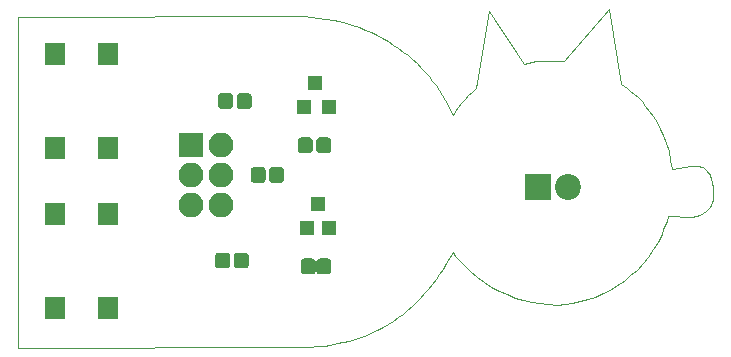
<source format=gbr>
G04 This is an RS-274x file exported by *
G04 gerbv version 2.6A *
G04 More information is available about gerbv at *
G04 http://gerbv.geda-project.org/ *
G04 --End of header info--*
%MOIN*%
%FSLAX34Y34*%
%IPPOS*%
G04 --Define apertures--*
%ADD10C,0.0039*%
%ADD11R,0.0866X0.0866*%
%ADD12C,0.0866*%
%ADD13C,0.0502*%
%ADD14R,0.0827X0.0827*%
%ADD15O,0.0827X0.0827*%
%ADD16R,0.0472X0.0512*%
%ADD17R,0.0669X0.0768*%
G04 --Start main section--*
G54D10*
G01X0033237Y-014914D02*
G01X0033215Y-014992D01*
G01X0030994Y-011770D02*
G01X0031125Y-011936D01*
G01X0033083Y-015217D02*
G01X0033011Y-015284D01*
G01X0032922Y-015345D02*
G01X0032815Y-015398D01*
G01X0032815Y-015398D02*
G01X0032687Y-015441D01*
G01X0032687Y-015441D02*
G01X0032537Y-015473D01*
G01X0031249Y-016559D02*
G01X0031081Y-016798D01*
G01X0031081Y-016798D02*
G01X0030899Y-017022D01*
G01X0031125Y-011936D02*
G01X0031252Y-012117D01*
G01X0032769Y-013780D02*
G01X0032837Y-013797D01*
G01X0033011Y-015284D02*
G01X0032922Y-015345D01*
G01X0033226Y-014335D02*
G01X0033250Y-014492D01*
G01X0030899Y-017022D02*
G01X0030702Y-017230D01*
G01X0031741Y-015449D02*
G01X0031697Y-015601D01*
G01X0032614Y-013772D02*
G01X0032695Y-013771D01*
G01X0031400Y-016304D02*
G01X0031249Y-016559D01*
G01X0031593Y-015893D02*
G01X0031533Y-016034D01*
G01X0031648Y-015749D02*
G01X0031593Y-015893D01*
G01X0030702Y-017230D02*
G01X0030494Y-017422D01*
G01X0030494Y-017422D02*
G01X0030275Y-017597D01*
G01X0031873Y-013866D02*
G01X0032527Y-013782D01*
G01X0032956Y-013857D02*
G01X0033007Y-013898D01*
G01X0031697Y-015601D02*
G01X0031648Y-015749D01*
G01X0031828Y-013562D02*
G01X0031873Y-013866D01*
G01X0029568Y-018023D02*
G01X0029321Y-018131D01*
G01X0029321Y-018131D02*
G01X0029069Y-018221D01*
G01X0033007Y-013898D02*
G01X0033053Y-013945D01*
G01X0032537Y-015473D02*
G01X0031741Y-015449D01*
G01X0033129Y-014057D02*
G01X0033160Y-014121D01*
G01X0033093Y-013998D02*
G01X0033129Y-014057D01*
G01X0033140Y-015145D02*
G01X0033083Y-015217D01*
G01X0029069Y-018221D02*
G01X0028816Y-018294D01*
G01X0028816Y-018294D02*
G01X0028561Y-018348D01*
G01X0028561Y-018348D02*
G01X0028302Y-018383D01*
G01X0031764Y-013277D02*
G01X0031828Y-013562D01*
G01X0032527Y-013782D02*
G01X0032614Y-013772D01*
G01X0033053Y-013945D02*
G01X0033093Y-013998D01*
G01X0033250Y-014492D02*
G01X0033258Y-014695D01*
G01X0033160Y-014121D02*
G01X0033186Y-014189D01*
G01X0030047Y-017756D02*
G01X0029811Y-017898D01*
G01X0033258Y-014695D02*
G01X0033250Y-014838D01*
G01X0033184Y-015069D02*
G01X0033140Y-015145D01*
G01X0030275Y-017597D02*
G01X0030047Y-017756D01*
G01X0029811Y-017898D02*
G01X0029568Y-018023D01*
G01X0030863Y-011621D02*
G01X0030994Y-011770D01*
G01X0032695Y-013771D02*
G01X0032769Y-013780D01*
G01X0030733Y-011487D02*
G01X0030863Y-011621D01*
G01X0031533Y-016034D02*
G01X0031400Y-016304D01*
G01X0031373Y-012315D02*
G01X0031487Y-012530D01*
G01X0033215Y-014992D02*
G01X0033184Y-015069D01*
G01X0031487Y-012530D02*
G01X0031592Y-012761D01*
G01X0033186Y-014189D02*
G01X0033226Y-014335D01*
G01X0031685Y-013010D02*
G01X0031764Y-013277D01*
G01X0031252Y-012117D02*
G01X0031373Y-012315D01*
G01X0031592Y-012761D02*
G01X0031685Y-013010D01*
G01X0032837Y-013797D02*
G01X0032899Y-013823D01*
G01X0032899Y-013823D02*
G01X0032956Y-013857D01*
G01X0033250Y-014838D02*
G01X0033237Y-014914D01*
G01X0020042Y-019786D02*
G01X0019813Y-019801D01*
G01X0023881Y-017714D02*
G01X0023753Y-017873D01*
G01X0019094Y-019803D02*
G01X0010079Y-019842D01*
G01X0010079Y-019842D02*
G01X0010079Y-019842D01*
G01X0027485Y-018361D02*
G01X0027207Y-018313D01*
G01X0028035Y-018396D02*
G01X0027762Y-018389D01*
G01X0023753Y-017873D02*
G01X0023620Y-018026D01*
G01X0021881Y-019318D02*
G01X0021696Y-019398D01*
G01X0024354Y-017027D02*
G01X0024242Y-017207D01*
G01X0027207Y-018313D02*
G01X0026928Y-018247D01*
G01X0019813Y-019801D02*
G01X0019579Y-019810D01*
G01X0025853Y-017801D02*
G01X0025604Y-017647D01*
G01X0022238Y-019139D02*
G01X0022062Y-019232D01*
G01X0025604Y-017647D02*
G01X0025366Y-017478D01*
G01X0022576Y-018935D02*
G01X0022409Y-019040D01*
G01X0021312Y-019537D02*
G01X0021112Y-019596D01*
G01X0026652Y-018162D02*
G01X0026379Y-018059D01*
G01X0022738Y-018823D02*
G01X0022576Y-018935D01*
G01X0021112Y-019596D02*
G01X0020908Y-019649D01*
G01X0024651Y-016769D02*
G01X0024567Y-016654D01*
G01X0025141Y-017293D02*
G01X0024932Y-017094D01*
G01X0020699Y-019694D02*
G01X0020485Y-019732D01*
G01X0020485Y-019732D02*
G01X0020266Y-019762D01*
G01X0024567Y-016654D02*
G01X0024354Y-017027D01*
G01X0024242Y-017207D02*
G01X0024125Y-017381D01*
G01X0022896Y-018705D02*
G01X0022738Y-018823D01*
G01X0022409Y-019040D02*
G01X0022238Y-019139D01*
G01X0020908Y-019649D02*
G01X0020699Y-019694D01*
G01X0020266Y-019762D02*
G01X0020042Y-019786D01*
G01X0019579Y-019810D02*
G01X0019339Y-019810D01*
G01X0019339Y-019810D02*
G01X0019094Y-019803D01*
G01X0027762Y-018389D02*
G01X0027485Y-018361D01*
G01X0024740Y-016880D02*
G01X0024651Y-016769D01*
G01X0024005Y-017550D02*
G01X0023881Y-017714D01*
G01X0022062Y-019232D02*
G01X0021881Y-019318D01*
G01X0024125Y-017381D02*
G01X0024005Y-017550D01*
G01X0023484Y-018173D02*
G01X0023343Y-018315D01*
G01X0023343Y-018315D02*
G01X0023199Y-018451D01*
G01X0026928Y-018247D02*
G01X0026652Y-018162D01*
G01X0026379Y-018059D02*
G01X0026112Y-017938D01*
G01X0025366Y-017478D02*
G01X0025141Y-017293D01*
G01X0024932Y-017094D02*
G01X0024740Y-016880D01*
G01X0023620Y-018026D02*
G01X0023484Y-018173D01*
G01X0023199Y-018451D02*
G01X0023049Y-018581D01*
G01X0028302Y-018383D02*
G01X0028035Y-018396D01*
G01X0026112Y-017938D02*
G01X0025853Y-017801D01*
G01X0023049Y-018581D02*
G01X0022896Y-018705D01*
G01X0021696Y-019398D02*
G01X0021506Y-019471D01*
G01X0021506Y-019471D02*
G01X0021312Y-019537D01*
G01X0024720Y-011857D02*
G01X0024888Y-011642D01*
G01X0022743Y-009847D02*
G01X0022907Y-009968D01*
G01X0022398Y-009620D02*
G01X0022574Y-009731D01*
G01X0022217Y-009515D02*
G01X0022398Y-009620D01*
G01X0024003Y-011095D02*
G01X0024113Y-011252D01*
G01X0024216Y-011411D02*
G01X0024313Y-011572D01*
G01X0021010Y-009017D02*
G01X0021225Y-009082D01*
G01X0020332Y-008865D02*
G01X0020563Y-008907D01*
G01X0010079Y-019842D02*
G01X0010079Y-008819D01*
G01X0022907Y-009968D02*
G01X0023065Y-010095D01*
G01X0024113Y-011252D02*
G01X0024216Y-011411D01*
G01X0022574Y-009731D02*
G01X0022743Y-009847D01*
G01X0024313Y-011572D02*
G01X0024404Y-011736D01*
G01X0024566Y-012068D02*
G01X0024720Y-011857D01*
G01X0023217Y-010226D02*
G01X0023364Y-010361D01*
G01X0021837Y-009322D02*
G01X0022030Y-009415D01*
G01X0021434Y-009155D02*
G01X0021638Y-009235D01*
G01X0024404Y-011736D02*
G01X0024488Y-011901D01*
G01X0023364Y-010361D02*
G01X0023504Y-010501D01*
G01X0024888Y-011642D02*
G01X0024985Y-011532D01*
G01X0021225Y-009082D02*
G01X0021434Y-009155D01*
G01X0010079Y-008819D02*
G01X0019094Y-008780D01*
G01X0023504Y-010501D02*
G01X0023638Y-010644D01*
G01X0025354Y-011181D02*
G01X0025787Y-008622D01*
G01X0025787Y-008622D02*
G01X0026945Y-010376D01*
G01X0020789Y-008958D02*
G01X0021010Y-009017D01*
G01X0026945Y-010376D02*
G01X0027079Y-010341D01*
G01X0027079Y-010341D02*
G01X0027215Y-010315D01*
G01X0025092Y-011419D02*
G01X0025215Y-011302D01*
G01X0027215Y-010315D02*
G01X0027358Y-010295D01*
G01X0027675Y-010274D02*
G01X0027855Y-010274D01*
G01X0021638Y-009235D02*
G01X0021837Y-009322D01*
G01X0027855Y-010274D02*
G01X0028277Y-010290D01*
G01X0028277Y-010290D02*
G01X0029764Y-008543D01*
G01X0029764Y-008543D02*
G01X0030175Y-011034D01*
G01X0023065Y-010095D02*
G01X0023217Y-010226D01*
G01X0024488Y-011901D02*
G01X0024566Y-012068D01*
G01X0023888Y-010942D02*
G01X0024003Y-011095D01*
G01X0019352Y-008779D02*
G01X0019605Y-008787D01*
G01X0030175Y-011034D02*
G01X0030372Y-011173D01*
G01X0019853Y-008804D02*
G01X0020095Y-008830D01*
G01X0019094Y-008780D02*
G01X0019352Y-008779D01*
G01X0020095Y-008830D02*
G01X0020332Y-008865D01*
G01X0020563Y-008907D02*
G01X0020789Y-008958D01*
G01X0022030Y-009415D02*
G01X0022217Y-009515D01*
G01X0023766Y-010791D02*
G01X0023888Y-010942D01*
G01X0024985Y-011532D02*
G01X0025092Y-011419D01*
G01X0027358Y-010295D02*
G01X0027510Y-010281D01*
G01X0030372Y-011173D02*
G01X0030485Y-011263D01*
G01X0027510Y-010281D02*
G01X0027675Y-010274D01*
G01X0030485Y-011263D02*
G01X0030607Y-011367D01*
G01X0030607Y-011367D02*
G01X0030733Y-011487D01*
G01X0025215Y-011302D02*
G01X0025354Y-011181D01*
G01X0019605Y-008787D02*
G01X0019853Y-008804D01*
G01X0023638Y-010644D02*
G01X0023766Y-010791D01*
G54D11*
G01X0027402Y-014488D03*
G54D12*
G01X0028402Y-014488D03*
G54D10*
G36*
G01X0019892Y-016861D02*
G01X0019904Y-016863D01*
G01X0019916Y-016866D01*
G01X0019927Y-016870D01*
G01X0019939Y-016875D01*
G01X0019949Y-016881D01*
G01X0019959Y-016889D01*
G01X0019968Y-016897D01*
G01X0019976Y-016906D01*
G01X0019984Y-016916D01*
G01X0019990Y-016927D01*
G01X0019995Y-016938D01*
G01X0020000Y-016949D01*
G01X0020003Y-016961D01*
G01X0020004Y-016973D01*
G01X0020005Y-016986D01*
G01X0020005Y-017266D01*
G01X0020004Y-017279D01*
G01X0020003Y-017291D01*
G01X0020000Y-017303D01*
G01X0019995Y-017314D01*
G01X0019990Y-017325D01*
G01X0019984Y-017336D01*
G01X0019976Y-017346D01*
G01X0019968Y-017355D01*
G01X0019959Y-017363D01*
G01X0019949Y-017371D01*
G01X0019939Y-017377D01*
G01X0019927Y-017382D01*
G01X0019916Y-017386D01*
G01X0019904Y-017389D01*
G01X0019892Y-017391D01*
G01X0019879Y-017392D01*
G01X0019628Y-017392D01*
G01X0019616Y-017391D01*
G01X0019604Y-017389D01*
G01X0019592Y-017386D01*
G01X0019580Y-017382D01*
G01X0019569Y-017377D01*
G01X0019559Y-017371D01*
G01X0019549Y-017363D01*
G01X0019540Y-017355D01*
G01X0019531Y-017346D01*
G01X0019524Y-017336D01*
G01X0019518Y-017325D01*
G01X0019513Y-017314D01*
G01X0019508Y-017303D01*
G01X0019505Y-017291D01*
G01X0019504Y-017279D01*
G01X0019503Y-017266D01*
G01X0019503Y-016986D01*
G01X0019504Y-016973D01*
G01X0019505Y-016961D01*
G01X0019508Y-016949D01*
G01X0019513Y-016938D01*
G01X0019518Y-016927D01*
G01X0019524Y-016916D01*
G01X0019531Y-016906D01*
G01X0019540Y-016897D01*
G01X0019549Y-016889D01*
G01X0019559Y-016881D01*
G01X0019569Y-016875D01*
G01X0019580Y-016870D01*
G01X0019592Y-016866D01*
G01X0019604Y-016863D01*
G01X0019616Y-016861D01*
G01X0019628Y-016860D01*
G01X0019879Y-016860D01*
G01X0019892Y-016861D01*
G01X0019892Y-016861D01*
G37*
G54D13*
G01X0019754Y-017126D03*
G54D10*
G36*
G01X0020413Y-016861D02*
G01X0020426Y-016863D01*
G01X0020438Y-016866D01*
G01X0020449Y-016870D01*
G01X0020460Y-016875D01*
G01X0020471Y-016881D01*
G01X0020481Y-016889D01*
G01X0020490Y-016897D01*
G01X0020498Y-016906D01*
G01X0020505Y-016916D01*
G01X0020512Y-016927D01*
G01X0020517Y-016938D01*
G01X0020521Y-016949D01*
G01X0020524Y-016961D01*
G01X0020526Y-016973D01*
G01X0020527Y-016986D01*
G01X0020527Y-017266D01*
G01X0020526Y-017279D01*
G01X0020524Y-017291D01*
G01X0020521Y-017303D01*
G01X0020517Y-017314D01*
G01X0020512Y-017325D01*
G01X0020505Y-017336D01*
G01X0020498Y-017346D01*
G01X0020490Y-017355D01*
G01X0020481Y-017363D01*
G01X0020471Y-017371D01*
G01X0020460Y-017377D01*
G01X0020449Y-017382D01*
G01X0020438Y-017386D01*
G01X0020426Y-017389D01*
G01X0020413Y-017391D01*
G01X0020401Y-017392D01*
G01X0020150Y-017392D01*
G01X0020138Y-017391D01*
G01X0020126Y-017389D01*
G01X0020114Y-017386D01*
G01X0020102Y-017382D01*
G01X0020091Y-017377D01*
G01X0020080Y-017371D01*
G01X0020070Y-017363D01*
G01X0020061Y-017355D01*
G01X0020053Y-017346D01*
G01X0020046Y-017336D01*
G01X0020039Y-017325D01*
G01X0020034Y-017314D01*
G01X0020030Y-017303D01*
G01X0020027Y-017291D01*
G01X0020025Y-017279D01*
G01X0020025Y-017266D01*
G01X0020025Y-016986D01*
G01X0020025Y-016973D01*
G01X0020027Y-016961D01*
G01X0020030Y-016949D01*
G01X0020034Y-016938D01*
G01X0020039Y-016927D01*
G01X0020046Y-016916D01*
G01X0020053Y-016906D01*
G01X0020061Y-016897D01*
G01X0020070Y-016889D01*
G01X0020080Y-016881D01*
G01X0020091Y-016875D01*
G01X0020102Y-016870D01*
G01X0020114Y-016866D01*
G01X0020126Y-016863D01*
G01X0020138Y-016861D01*
G01X0020150Y-016860D01*
G01X0020401Y-016860D01*
G01X0020413Y-016861D01*
G01X0020413Y-016861D01*
G37*
G54D13*
G01X0020276Y-017126D03*
G54D14*
G01X0015846Y-013091D03*
G54D15*
G01X0016846Y-013091D03*
G01X0015846Y-014091D03*
G01X0016846Y-014091D03*
G01X0015846Y-015091D03*
G01X0016846Y-015091D03*
G54D16*
G01X0019606Y-011811D03*
G01X0020453Y-011811D03*
G01X0019980Y-011024D03*
G01X0020079Y-015059D03*
G01X0020453Y-015846D03*
G01X0019705Y-015846D03*
G54D10*
G36*
G01X0018219Y-013810D02*
G01X0018231Y-013811D01*
G01X0018243Y-013814D01*
G01X0018254Y-013819D01*
G01X0018265Y-013824D01*
G01X0018276Y-013830D01*
G01X0018286Y-013838D01*
G01X0018295Y-013846D01*
G01X0018303Y-013855D01*
G01X0018311Y-013865D01*
G01X0018317Y-013875D01*
G01X0018322Y-013887D01*
G01X0018326Y-013898D01*
G01X0018329Y-013910D01*
G01X0018331Y-013922D01*
G01X0018332Y-013935D01*
G01X0018332Y-014215D01*
G01X0018331Y-014227D01*
G01X0018329Y-014240D01*
G01X0018326Y-014251D01*
G01X0018322Y-014263D01*
G01X0018317Y-014274D01*
G01X0018311Y-014285D01*
G01X0018303Y-014295D01*
G01X0018295Y-014304D01*
G01X0018286Y-014312D01*
G01X0018276Y-014319D01*
G01X0018265Y-014326D01*
G01X0018254Y-014331D01*
G01X0018243Y-014335D01*
G01X0018231Y-014338D01*
G01X0018219Y-014340D01*
G01X0018206Y-014341D01*
G01X0017955Y-014341D01*
G01X0017943Y-014340D01*
G01X0017931Y-014338D01*
G01X0017919Y-014335D01*
G01X0017907Y-014331D01*
G01X0017896Y-014326D01*
G01X0017885Y-014319D01*
G01X0017876Y-014312D01*
G01X0017866Y-014304D01*
G01X0017858Y-014295D01*
G01X0017851Y-014285D01*
G01X0017845Y-014274D01*
G01X0017839Y-014263D01*
G01X0017835Y-014251D01*
G01X0017832Y-014240D01*
G01X0017830Y-014227D01*
G01X0017830Y-014215D01*
G01X0017830Y-013935D01*
G01X0017830Y-013922D01*
G01X0017832Y-013910D01*
G01X0017835Y-013898D01*
G01X0017839Y-013887D01*
G01X0017845Y-013875D01*
G01X0017851Y-013865D01*
G01X0017858Y-013855D01*
G01X0017866Y-013846D01*
G01X0017876Y-013838D01*
G01X0017885Y-013830D01*
G01X0017896Y-013824D01*
G01X0017907Y-013819D01*
G01X0017919Y-013814D01*
G01X0017931Y-013811D01*
G01X0017943Y-013810D01*
G01X0017955Y-013809D01*
G01X0018206Y-013809D01*
G01X0018219Y-013810D01*
G01X0018219Y-013810D01*
G37*
G54D13*
G01X0018081Y-014075D03*
G54D10*
G36*
G01X0018839Y-013810D02*
G01X0018851Y-013811D01*
G01X0018863Y-013814D01*
G01X0018874Y-013819D01*
G01X0018885Y-013824D01*
G01X0018896Y-013830D01*
G01X0018906Y-013838D01*
G01X0018915Y-013846D01*
G01X0018923Y-013855D01*
G01X0018931Y-013865D01*
G01X0018937Y-013875D01*
G01X0018942Y-013887D01*
G01X0018946Y-013898D01*
G01X0018949Y-013910D01*
G01X0018951Y-013922D01*
G01X0018952Y-013935D01*
G01X0018952Y-014215D01*
G01X0018951Y-014227D01*
G01X0018949Y-014240D01*
G01X0018946Y-014251D01*
G01X0018942Y-014263D01*
G01X0018937Y-014274D01*
G01X0018931Y-014285D01*
G01X0018923Y-014295D01*
G01X0018915Y-014304D01*
G01X0018906Y-014312D01*
G01X0018896Y-014319D01*
G01X0018885Y-014326D01*
G01X0018874Y-014331D01*
G01X0018863Y-014335D01*
G01X0018851Y-014338D01*
G01X0018839Y-014340D01*
G01X0018826Y-014341D01*
G01X0018575Y-014341D01*
G01X0018563Y-014340D01*
G01X0018551Y-014338D01*
G01X0018539Y-014335D01*
G01X0018527Y-014331D01*
G01X0018516Y-014326D01*
G01X0018506Y-014319D01*
G01X0018496Y-014312D01*
G01X0018487Y-014304D01*
G01X0018478Y-014295D01*
G01X0018471Y-014285D01*
G01X0018465Y-014274D01*
G01X0018459Y-014263D01*
G01X0018455Y-014251D01*
G01X0018452Y-014240D01*
G01X0018450Y-014227D01*
G01X0018450Y-014215D01*
G01X0018450Y-013935D01*
G01X0018450Y-013922D01*
G01X0018452Y-013910D01*
G01X0018455Y-013898D01*
G01X0018459Y-013887D01*
G01X0018465Y-013875D01*
G01X0018471Y-013865D01*
G01X0018478Y-013855D01*
G01X0018487Y-013846D01*
G01X0018496Y-013838D01*
G01X0018506Y-013830D01*
G01X0018516Y-013824D01*
G01X0018527Y-013819D01*
G01X0018539Y-013814D01*
G01X0018551Y-013811D01*
G01X0018563Y-013810D01*
G01X0018575Y-013809D01*
G01X0018826Y-013809D01*
G01X0018839Y-013810D01*
G01X0018839Y-013810D01*
G37*
G54D13*
G01X0018701Y-014075D03*
G54D10*
G36*
G01X0017756Y-011349D02*
G01X0017768Y-011351D01*
G01X0017780Y-011354D01*
G01X0017792Y-011358D01*
G01X0017803Y-011363D01*
G01X0017813Y-011370D01*
G01X0017823Y-011377D01*
G01X0017832Y-011385D01*
G01X0017841Y-011394D01*
G01X0017848Y-011404D01*
G01X0017854Y-011415D01*
G01X0017860Y-011426D01*
G01X0017864Y-011437D01*
G01X0017867Y-011449D01*
G01X0017868Y-011462D01*
G01X0017869Y-011474D01*
G01X0017869Y-011754D01*
G01X0017868Y-011767D01*
G01X0017867Y-011779D01*
G01X0017864Y-011791D01*
G01X0017860Y-011802D01*
G01X0017854Y-011814D01*
G01X0017848Y-011824D01*
G01X0017841Y-011834D01*
G01X0017832Y-011843D01*
G01X0017823Y-011851D01*
G01X0017813Y-011859D01*
G01X0017803Y-011865D01*
G01X0017792Y-011870D01*
G01X0017780Y-011875D01*
G01X0017768Y-011878D01*
G01X0017756Y-011879D01*
G01X0017744Y-011880D01*
G01X0017493Y-011880D01*
G01X0017480Y-011879D01*
G01X0017468Y-011878D01*
G01X0017456Y-011875D01*
G01X0017445Y-011870D01*
G01X0017433Y-011865D01*
G01X0017423Y-011859D01*
G01X0017413Y-011851D01*
G01X0017404Y-011843D01*
G01X0017396Y-011834D01*
G01X0017388Y-011824D01*
G01X0017382Y-011814D01*
G01X0017377Y-011802D01*
G01X0017373Y-011791D01*
G01X0017370Y-011779D01*
G01X0017368Y-011767D01*
G01X0017367Y-011754D01*
G01X0017367Y-011474D01*
G01X0017368Y-011462D01*
G01X0017370Y-011449D01*
G01X0017373Y-011437D01*
G01X0017377Y-011426D01*
G01X0017382Y-011415D01*
G01X0017388Y-011404D01*
G01X0017396Y-011394D01*
G01X0017404Y-011385D01*
G01X0017413Y-011377D01*
G01X0017423Y-011370D01*
G01X0017433Y-011363D01*
G01X0017445Y-011358D01*
G01X0017456Y-011354D01*
G01X0017468Y-011351D01*
G01X0017480Y-011349D01*
G01X0017493Y-011348D01*
G01X0017744Y-011348D01*
G01X0017756Y-011349D01*
G01X0017756Y-011349D01*
G37*
G54D13*
G01X0017618Y-011614D03*
G54D10*
G36*
G01X0017136Y-011349D02*
G01X0017148Y-011351D01*
G01X0017160Y-011354D01*
G01X0017172Y-011358D01*
G01X0017183Y-011363D01*
G01X0017193Y-011370D01*
G01X0017203Y-011377D01*
G01X0017212Y-011385D01*
G01X0017221Y-011394D01*
G01X0017228Y-011404D01*
G01X0017234Y-011415D01*
G01X0017239Y-011426D01*
G01X0017244Y-011437D01*
G01X0017247Y-011449D01*
G01X0017248Y-011462D01*
G01X0017249Y-011474D01*
G01X0017249Y-011754D01*
G01X0017248Y-011767D01*
G01X0017247Y-011779D01*
G01X0017244Y-011791D01*
G01X0017239Y-011802D01*
G01X0017234Y-011814D01*
G01X0017228Y-011824D01*
G01X0017221Y-011834D01*
G01X0017212Y-011843D01*
G01X0017203Y-011851D01*
G01X0017193Y-011859D01*
G01X0017183Y-011865D01*
G01X0017172Y-011870D01*
G01X0017160Y-011875D01*
G01X0017148Y-011878D01*
G01X0017136Y-011879D01*
G01X0017124Y-011880D01*
G01X0016873Y-011880D01*
G01X0016860Y-011879D01*
G01X0016848Y-011878D01*
G01X0016836Y-011875D01*
G01X0016825Y-011870D01*
G01X0016813Y-011865D01*
G01X0016803Y-011859D01*
G01X0016793Y-011851D01*
G01X0016784Y-011843D01*
G01X0016776Y-011834D01*
G01X0016768Y-011824D01*
G01X0016762Y-011814D01*
G01X0016757Y-011802D01*
G01X0016752Y-011791D01*
G01X0016749Y-011779D01*
G01X0016748Y-011767D01*
G01X0016747Y-011754D01*
G01X0016747Y-011474D01*
G01X0016748Y-011462D01*
G01X0016749Y-011449D01*
G01X0016752Y-011437D01*
G01X0016757Y-011426D01*
G01X0016762Y-011415D01*
G01X0016768Y-011404D01*
G01X0016776Y-011394D01*
G01X0016784Y-011385D01*
G01X0016793Y-011377D01*
G01X0016803Y-011370D01*
G01X0016813Y-011363D01*
G01X0016825Y-011358D01*
G01X0016836Y-011354D01*
G01X0016848Y-011351D01*
G01X0016860Y-011349D01*
G01X0016873Y-011348D01*
G01X0017124Y-011348D01*
G01X0017136Y-011349D01*
G01X0017136Y-011349D01*
G37*
G54D13*
G01X0016998Y-011614D03*
G54D10*
G36*
G01X0020413Y-012825D02*
G01X0020426Y-012827D01*
G01X0020438Y-012830D01*
G01X0020449Y-012834D01*
G01X0020460Y-012840D01*
G01X0020471Y-012846D01*
G01X0020481Y-012853D01*
G01X0020490Y-012862D01*
G01X0020498Y-012871D01*
G01X0020505Y-012881D01*
G01X0020512Y-012891D01*
G01X0020517Y-012902D01*
G01X0020521Y-012914D01*
G01X0020524Y-012926D01*
G01X0020526Y-012938D01*
G01X0020527Y-012950D01*
G01X0020527Y-013231D01*
G01X0020526Y-013243D01*
G01X0020524Y-013255D01*
G01X0020521Y-013267D01*
G01X0020517Y-013279D01*
G01X0020512Y-013290D01*
G01X0020505Y-013301D01*
G01X0020498Y-013310D01*
G01X0020490Y-013320D01*
G01X0020481Y-013328D01*
G01X0020471Y-013335D01*
G01X0020460Y-013341D01*
G01X0020449Y-013347D01*
G01X0020438Y-013351D01*
G01X0020426Y-013354D01*
G01X0020413Y-013356D01*
G01X0020401Y-013356D01*
G01X0020150Y-013356D01*
G01X0020138Y-013356D01*
G01X0020126Y-013354D01*
G01X0020114Y-013351D01*
G01X0020102Y-013347D01*
G01X0020091Y-013341D01*
G01X0020080Y-013335D01*
G01X0020070Y-013328D01*
G01X0020061Y-013320D01*
G01X0020053Y-013310D01*
G01X0020046Y-013301D01*
G01X0020039Y-013290D01*
G01X0020034Y-013279D01*
G01X0020030Y-013267D01*
G01X0020027Y-013255D01*
G01X0020025Y-013243D01*
G01X0020025Y-013231D01*
G01X0020025Y-012950D01*
G01X0020025Y-012938D01*
G01X0020027Y-012926D01*
G01X0020030Y-012914D01*
G01X0020034Y-012902D01*
G01X0020039Y-012891D01*
G01X0020046Y-012881D01*
G01X0020053Y-012871D01*
G01X0020061Y-012862D01*
G01X0020070Y-012853D01*
G01X0020080Y-012846D01*
G01X0020091Y-012840D01*
G01X0020102Y-012834D01*
G01X0020114Y-012830D01*
G01X0020126Y-012827D01*
G01X0020138Y-012825D01*
G01X0020150Y-012825D01*
G01X0020401Y-012825D01*
G01X0020413Y-012825D01*
G01X0020413Y-012825D01*
G37*
G54D13*
G01X0020276Y-013091D03*
G54D10*
G36*
G01X0019793Y-012825D02*
G01X0019805Y-012827D01*
G01X0019817Y-012830D01*
G01X0019829Y-012834D01*
G01X0019840Y-012840D01*
G01X0019851Y-012846D01*
G01X0019861Y-012853D01*
G01X0019870Y-012862D01*
G01X0019878Y-012871D01*
G01X0019885Y-012881D01*
G01X0019892Y-012891D01*
G01X0019897Y-012902D01*
G01X0019901Y-012914D01*
G01X0019904Y-012926D01*
G01X0019906Y-012938D01*
G01X0019906Y-012950D01*
G01X0019906Y-013231D01*
G01X0019906Y-013243D01*
G01X0019904Y-013255D01*
G01X0019901Y-013267D01*
G01X0019897Y-013279D01*
G01X0019892Y-013290D01*
G01X0019885Y-013301D01*
G01X0019878Y-013310D01*
G01X0019870Y-013320D01*
G01X0019861Y-013328D01*
G01X0019851Y-013335D01*
G01X0019840Y-013341D01*
G01X0019829Y-013347D01*
G01X0019817Y-013351D01*
G01X0019805Y-013354D01*
G01X0019793Y-013356D01*
G01X0019781Y-013356D01*
G01X0019530Y-013356D01*
G01X0019518Y-013356D01*
G01X0019506Y-013354D01*
G01X0019494Y-013351D01*
G01X0019482Y-013347D01*
G01X0019471Y-013341D01*
G01X0019460Y-013335D01*
G01X0019450Y-013328D01*
G01X0019441Y-013320D01*
G01X0019433Y-013310D01*
G01X0019426Y-013301D01*
G01X0019419Y-013290D01*
G01X0019414Y-013279D01*
G01X0019410Y-013267D01*
G01X0019407Y-013255D01*
G01X0019405Y-013243D01*
G01X0019405Y-013231D01*
G01X0019405Y-012950D01*
G01X0019405Y-012938D01*
G01X0019407Y-012926D01*
G01X0019410Y-012914D01*
G01X0019414Y-012902D01*
G01X0019419Y-012891D01*
G01X0019426Y-012881D01*
G01X0019433Y-012871D01*
G01X0019441Y-012862D01*
G01X0019450Y-012853D01*
G01X0019460Y-012846D01*
G01X0019471Y-012840D01*
G01X0019482Y-012834D01*
G01X0019494Y-012830D01*
G01X0019506Y-012827D01*
G01X0019518Y-012825D01*
G01X0019530Y-012825D01*
G01X0019781Y-012825D01*
G01X0019793Y-012825D01*
G01X0019793Y-012825D01*
G37*
G54D13*
G01X0019656Y-013091D03*
G54D10*
G36*
G01X0017037Y-016664D02*
G01X0017050Y-016666D01*
G01X0017062Y-016669D01*
G01X0017073Y-016673D01*
G01X0017084Y-016678D01*
G01X0017095Y-016685D01*
G01X0017105Y-016692D01*
G01X0017114Y-016700D01*
G01X0017122Y-016709D01*
G01X0017129Y-016719D01*
G01X0017136Y-016730D01*
G01X0017141Y-016741D01*
G01X0017145Y-016752D01*
G01X0017148Y-016764D01*
G01X0017150Y-016777D01*
G01X0017151Y-016789D01*
G01X0017151Y-017069D01*
G01X0017150Y-017082D01*
G01X0017148Y-017094D01*
G01X0017145Y-017106D01*
G01X0017141Y-017117D01*
G01X0017136Y-017129D01*
G01X0017129Y-017139D01*
G01X0017122Y-017149D01*
G01X0017114Y-017158D01*
G01X0017105Y-017166D01*
G01X0017095Y-017174D01*
G01X0017084Y-017180D01*
G01X0017073Y-017185D01*
G01X0017062Y-017189D01*
G01X0017050Y-017192D01*
G01X0017037Y-017194D01*
G01X0017025Y-017195D01*
G01X0016774Y-017195D01*
G01X0016762Y-017194D01*
G01X0016750Y-017192D01*
G01X0016738Y-017189D01*
G01X0016726Y-017185D01*
G01X0016715Y-017180D01*
G01X0016704Y-017174D01*
G01X0016695Y-017166D01*
G01X0016685Y-017158D01*
G01X0016677Y-017149D01*
G01X0016670Y-017139D01*
G01X0016663Y-017129D01*
G01X0016658Y-017117D01*
G01X0016654Y-017106D01*
G01X0016651Y-017094D01*
G01X0016649Y-017082D01*
G01X0016649Y-017069D01*
G01X0016649Y-016789D01*
G01X0016649Y-016777D01*
G01X0016651Y-016764D01*
G01X0016654Y-016752D01*
G01X0016658Y-016741D01*
G01X0016663Y-016730D01*
G01X0016670Y-016719D01*
G01X0016677Y-016709D01*
G01X0016685Y-016700D01*
G01X0016695Y-016692D01*
G01X0016704Y-016685D01*
G01X0016715Y-016678D01*
G01X0016726Y-016673D01*
G01X0016738Y-016669D01*
G01X0016750Y-016666D01*
G01X0016762Y-016664D01*
G01X0016774Y-016663D01*
G01X0017025Y-016663D01*
G01X0017037Y-016664D01*
G01X0017037Y-016664D01*
G37*
G54D13*
G01X0016900Y-016929D03*
G54D10*
G36*
G01X0017657Y-016664D02*
G01X0017670Y-016666D01*
G01X0017682Y-016669D01*
G01X0017693Y-016673D01*
G01X0017704Y-016678D01*
G01X0017715Y-016685D01*
G01X0017725Y-016692D01*
G01X0017734Y-016700D01*
G01X0017742Y-016709D01*
G01X0017750Y-016719D01*
G01X0017756Y-016730D01*
G01X0017761Y-016741D01*
G01X0017765Y-016752D01*
G01X0017768Y-016764D01*
G01X0017770Y-016777D01*
G01X0017771Y-016789D01*
G01X0017771Y-017069D01*
G01X0017770Y-017082D01*
G01X0017768Y-017094D01*
G01X0017765Y-017106D01*
G01X0017761Y-017117D01*
G01X0017756Y-017129D01*
G01X0017750Y-017139D01*
G01X0017742Y-017149D01*
G01X0017734Y-017158D01*
G01X0017725Y-017166D01*
G01X0017715Y-017174D01*
G01X0017704Y-017180D01*
G01X0017693Y-017185D01*
G01X0017682Y-017189D01*
G01X0017670Y-017192D01*
G01X0017657Y-017194D01*
G01X0017645Y-017195D01*
G01X0017394Y-017195D01*
G01X0017382Y-017194D01*
G01X0017370Y-017192D01*
G01X0017358Y-017189D01*
G01X0017346Y-017185D01*
G01X0017335Y-017180D01*
G01X0017324Y-017174D01*
G01X0017315Y-017166D01*
G01X0017305Y-017158D01*
G01X0017297Y-017149D01*
G01X0017290Y-017139D01*
G01X0017284Y-017129D01*
G01X0017278Y-017117D01*
G01X0017274Y-017106D01*
G01X0017271Y-017094D01*
G01X0017269Y-017082D01*
G01X0017269Y-017069D01*
G01X0017269Y-016789D01*
G01X0017269Y-016777D01*
G01X0017271Y-016764D01*
G01X0017274Y-016752D01*
G01X0017278Y-016741D01*
G01X0017284Y-016730D01*
G01X0017290Y-016719D01*
G01X0017297Y-016709D01*
G01X0017305Y-016700D01*
G01X0017315Y-016692D01*
G01X0017324Y-016685D01*
G01X0017335Y-016678D01*
G01X0017346Y-016673D01*
G01X0017358Y-016669D01*
G01X0017370Y-016666D01*
G01X0017382Y-016664D01*
G01X0017394Y-016663D01*
G01X0017645Y-016663D01*
G01X0017657Y-016664D01*
G01X0017657Y-016664D01*
G37*
G54D13*
G01X0017520Y-016929D03*
G54D17*
G01X0011319Y-013169D03*
G01X0011319Y-010039D03*
G01X0013091Y-013169D03*
G01X0013091Y-010039D03*
G01X0013091Y-015374D03*
G01X0013091Y-018504D03*
G01X0011319Y-015374D03*
G01X0011319Y-018504D03*
M02*

</source>
